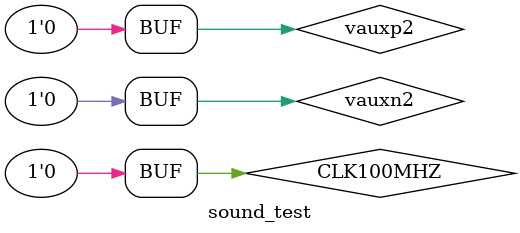
<source format=v>
`timescale 1ns/1ps

module sound_test();
    
    //inputs
   reg CLK100MHZ;
   reg vauxp2;
   reg vauxn2;
   reg vauxp3;
   reg vauxn3;
   reg vauxp10;
   reg vauxn10;
   reg vauxp11;
   reg vauxn11;
   reg vp_in;
   reg vn_in;
   reg [1:0] sw;
   
   // outputs
   wire [15:0] LED;
   wire [7:0] an;   //what if we want output to be pwm_aux_out 
   wire dp;
   wire [6:0] seg; 
   wire AUD_PWM;
   wire AUD_SD;


   //variables of interest
   
   
   
   //UUT
   top XADCdemo(.CLK100MHZ(CLK100MHZ), .vauxp2(vauxp2), .vauxn2(vauxn2), .vauxp3(vauxp3)
                ,.vauxn3(vauxn3), .vauxp10(vauxp10), .vauxn10(vauxn10), .vauxp11(vauxp11)
                ,.vauxn11(vauxn11), .vp_in(vp_in), .vn_in(vn_in), .sw(sw), .LED(LED)
                ,.an(an), .dp(dp), .seg(seg) , .AUD_PWM(AUD_PWM), .AUD_SD(AUD_SD));
                
    
    initial begin
        CLK100MHZ = 0;
        vauxp2 = 0;
        vauxn2 = 0;
    end

endmodule
</source>
